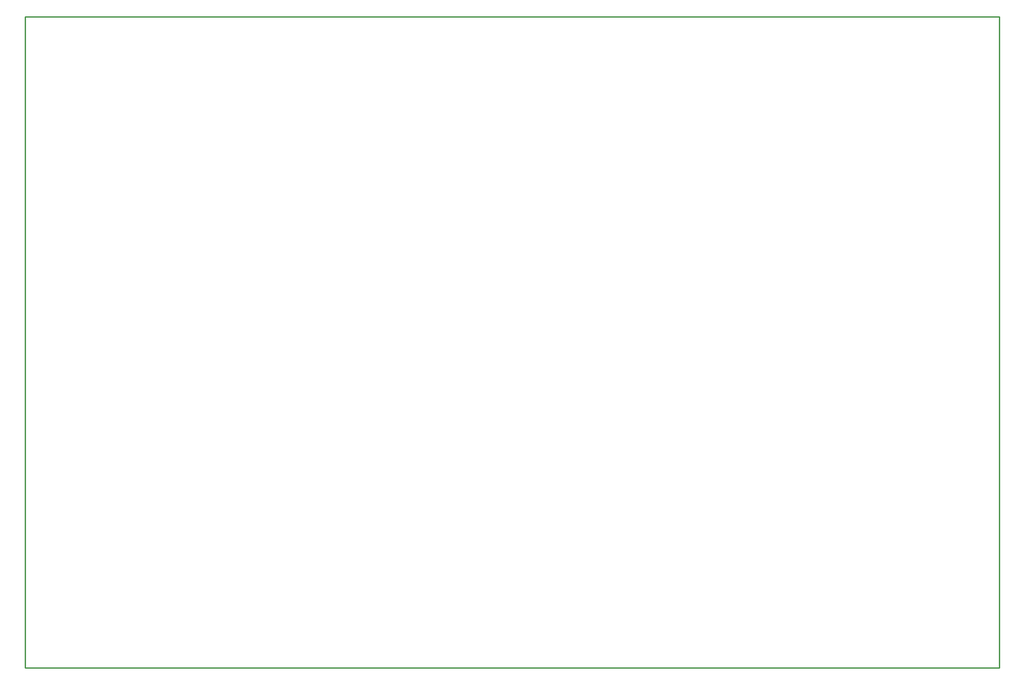
<source format=gbr>
G04 EAGLE Gerber RS-274X export*
G75*
%MOMM*%
%FSLAX34Y34*%
%LPD*%
%IN*%
%IPPOS*%
%AMOC8*
5,1,8,0,0,1.08239X$1,22.5*%
G01*
%ADD10C,0.254000*%


D10*
X0Y0D02*
X1870075Y0D01*
X1870075Y1250950D01*
X0Y1250950D01*
X0Y0D01*
M02*

</source>
